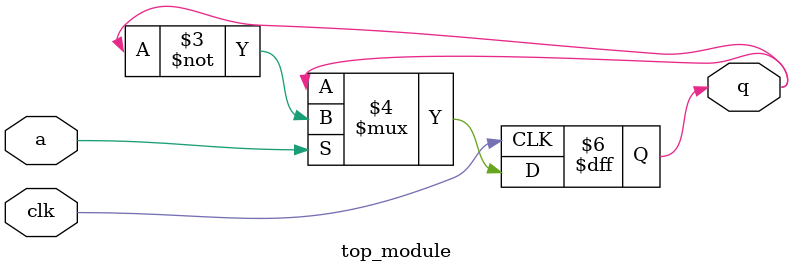
<source format=sv>
module top_module (
    input clk,
    input a,
    output reg q
);

always @(posedge clk) begin
    if (a == 1)
        q <= ~q;
end

endmodule

</source>
